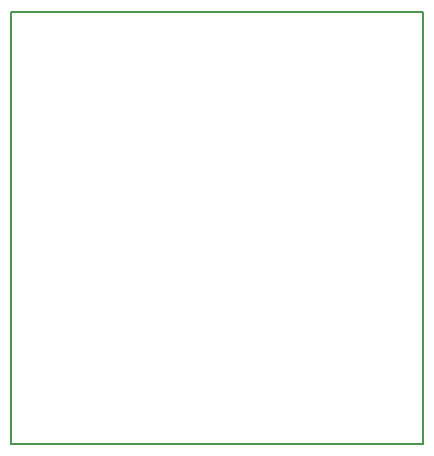
<source format=gbr>
G04 #@! TF.FileFunction,Profile,NP*
%FSLAX46Y46*%
G04 Gerber Fmt 4.6, Leading zero omitted, Abs format (unit mm)*
G04 Created by KiCad (PCBNEW 4.0.4-stable) date 04/11/18 19:40:55*
%MOMM*%
%LPD*%
G01*
G04 APERTURE LIST*
%ADD10C,0.100000*%
%ADD11C,0.150000*%
G04 APERTURE END LIST*
D10*
D11*
X124650000Y-74910000D02*
X124640000Y-111540000D01*
X159530000Y-74910000D02*
X159510000Y-111530000D01*
X124650000Y-74910000D02*
X159510000Y-74910000D01*
X159510000Y-111530000D02*
X124640000Y-111540000D01*
M02*

</source>
